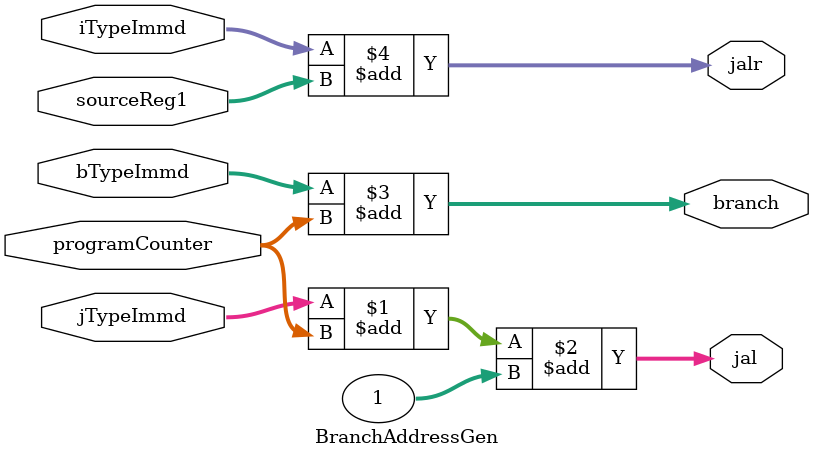
<source format=sv>
`timescale 1ns / 1ps


module BranchAddressGen(
    // Inputs
    input [31:0] programCounter,
    input [31:0] jTypeImmd,
    input [31:0] bTypeImmd,
    input [31:0] iTypeImmd,
    input [31:0] sourceReg1,

    // Outputs
    output logic [31:0] jal,
    output logic [31:0] branch,
    output logic [31:0] jalr
);

    // Generate the jal address
    assign jal = jTypeImmd + programCounter + 1;

    // Generate the branch address
    assign branch = bTypeImmd + programCounter;
    
    // Generate the jalr address
    assign jalr = iTypeImmd + sourceReg1;

endmodule
</source>
